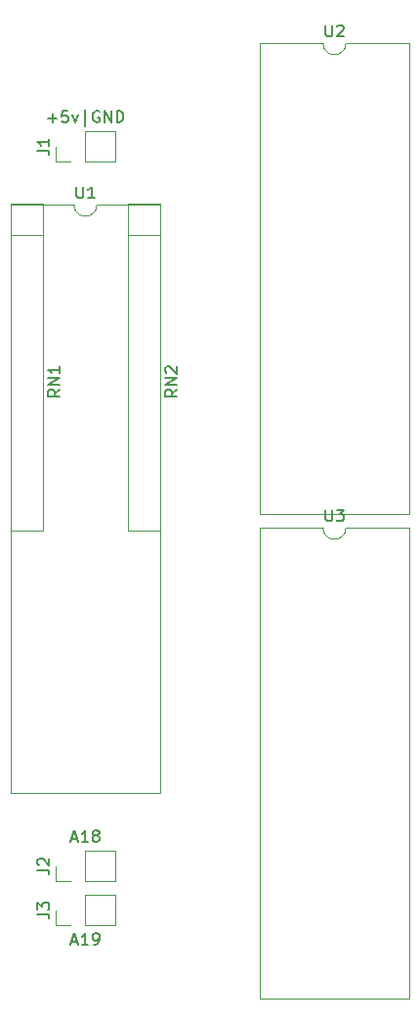
<source format=gto>
G04 #@! TF.GenerationSoftware,KiCad,Pcbnew,5.1.5+dfsg1-2*
G04 #@! TF.CreationDate,2020-01-25T11:12:06+01:00*
G04 #@! TF.ProjectId,A500r5_eprom_adapter,41353030-7235-45f6-9570-726f6d5f6164,rev?*
G04 #@! TF.SameCoordinates,Original*
G04 #@! TF.FileFunction,Legend,Top*
G04 #@! TF.FilePolarity,Positive*
%FSLAX46Y46*%
G04 Gerber Fmt 4.6, Leading zero omitted, Abs format (unit mm)*
G04 Created by KiCad (PCBNEW 5.1.5+dfsg1-2) date 2020-01-25 11:12:06*
%MOMM*%
%LPD*%
G04 APERTURE LIST*
%ADD10C,0.150000*%
%ADD11C,0.120000*%
G04 APERTURE END LIST*
D10*
X113109523Y-133516666D02*
X113585714Y-133516666D01*
X113014285Y-133802380D02*
X113347619Y-132802380D01*
X113680952Y-133802380D01*
X114538095Y-133802380D02*
X113966666Y-133802380D01*
X114252380Y-133802380D02*
X114252380Y-132802380D01*
X114157142Y-132945238D01*
X114061904Y-133040476D01*
X113966666Y-133088095D01*
X115014285Y-133802380D02*
X115204761Y-133802380D01*
X115300000Y-133754761D01*
X115347619Y-133707142D01*
X115442857Y-133564285D01*
X115490476Y-133373809D01*
X115490476Y-132992857D01*
X115442857Y-132897619D01*
X115395238Y-132850000D01*
X115300000Y-132802380D01*
X115109523Y-132802380D01*
X115014285Y-132850000D01*
X114966666Y-132897619D01*
X114919047Y-132992857D01*
X114919047Y-133230952D01*
X114966666Y-133326190D01*
X115014285Y-133373809D01*
X115109523Y-133421428D01*
X115300000Y-133421428D01*
X115395238Y-133373809D01*
X115442857Y-133326190D01*
X115490476Y-133230952D01*
X113109523Y-124626666D02*
X113585714Y-124626666D01*
X113014285Y-124912380D02*
X113347619Y-123912380D01*
X113680952Y-124912380D01*
X114538095Y-124912380D02*
X113966666Y-124912380D01*
X114252380Y-124912380D02*
X114252380Y-123912380D01*
X114157142Y-124055238D01*
X114061904Y-124150476D01*
X113966666Y-124198095D01*
X115109523Y-124340952D02*
X115014285Y-124293333D01*
X114966666Y-124245714D01*
X114919047Y-124150476D01*
X114919047Y-124102857D01*
X114966666Y-124007619D01*
X115014285Y-123960000D01*
X115109523Y-123912380D01*
X115300000Y-123912380D01*
X115395238Y-123960000D01*
X115442857Y-124007619D01*
X115490476Y-124102857D01*
X115490476Y-124150476D01*
X115442857Y-124245714D01*
X115395238Y-124293333D01*
X115300000Y-124340952D01*
X115109523Y-124340952D01*
X115014285Y-124388571D01*
X114966666Y-124436190D01*
X114919047Y-124531428D01*
X114919047Y-124721904D01*
X114966666Y-124817142D01*
X115014285Y-124864761D01*
X115109523Y-124912380D01*
X115300000Y-124912380D01*
X115395238Y-124864761D01*
X115442857Y-124817142D01*
X115490476Y-124721904D01*
X115490476Y-124531428D01*
X115442857Y-124436190D01*
X115395238Y-124388571D01*
X115300000Y-124340952D01*
X111061904Y-62301428D02*
X111823809Y-62301428D01*
X111442857Y-62682380D02*
X111442857Y-61920476D01*
X112776190Y-61682380D02*
X112300000Y-61682380D01*
X112252380Y-62158571D01*
X112300000Y-62110952D01*
X112395238Y-62063333D01*
X112633333Y-62063333D01*
X112728571Y-62110952D01*
X112776190Y-62158571D01*
X112823809Y-62253809D01*
X112823809Y-62491904D01*
X112776190Y-62587142D01*
X112728571Y-62634761D01*
X112633333Y-62682380D01*
X112395238Y-62682380D01*
X112300000Y-62634761D01*
X112252380Y-62587142D01*
X113157142Y-62015714D02*
X113395238Y-62682380D01*
X113633333Y-62015714D01*
X114252380Y-63015714D02*
X114252380Y-61587142D01*
X115490476Y-61730000D02*
X115395238Y-61682380D01*
X115252380Y-61682380D01*
X115109523Y-61730000D01*
X115014285Y-61825238D01*
X114966666Y-61920476D01*
X114919047Y-62110952D01*
X114919047Y-62253809D01*
X114966666Y-62444285D01*
X115014285Y-62539523D01*
X115109523Y-62634761D01*
X115252380Y-62682380D01*
X115347619Y-62682380D01*
X115490476Y-62634761D01*
X115538095Y-62587142D01*
X115538095Y-62253809D01*
X115347619Y-62253809D01*
X115966666Y-62682380D02*
X115966666Y-61682380D01*
X116538095Y-62682380D01*
X116538095Y-61682380D01*
X117014285Y-62682380D02*
X117014285Y-61682380D01*
X117252380Y-61682380D01*
X117395238Y-61730000D01*
X117490476Y-61825238D01*
X117538095Y-61920476D01*
X117585714Y-62110952D01*
X117585714Y-62253809D01*
X117538095Y-62444285D01*
X117490476Y-62539523D01*
X117395238Y-62634761D01*
X117252380Y-62682380D01*
X117014285Y-62682380D01*
D11*
X142350000Y-97730000D02*
X136890000Y-97730000D01*
X142350000Y-138490000D02*
X142350000Y-97730000D01*
X129430000Y-138490000D02*
X142350000Y-138490000D01*
X129430000Y-97730000D02*
X129430000Y-138490000D01*
X134890000Y-97730000D02*
X129430000Y-97730000D01*
X136890000Y-97730000D02*
G75*
G02X134890000Y-97730000I-1000000J0D01*
G01*
X142350000Y-55820000D02*
X136890000Y-55820000D01*
X142350000Y-96580000D02*
X142350000Y-55820000D01*
X129430000Y-96580000D02*
X142350000Y-96580000D01*
X129430000Y-55820000D02*
X129430000Y-96580000D01*
X134890000Y-55820000D02*
X129430000Y-55820000D01*
X136890000Y-55820000D02*
G75*
G02X134890000Y-55820000I-1000000J0D01*
G01*
X120760000Y-69790000D02*
X115300000Y-69790000D01*
X120760000Y-120710000D02*
X120760000Y-69790000D01*
X107840000Y-120710000D02*
X120760000Y-120710000D01*
X107840000Y-69790000D02*
X107840000Y-120710000D01*
X113300000Y-69790000D02*
X107840000Y-69790000D01*
X115300000Y-69790000D02*
G75*
G02X113300000Y-69790000I-1000000J0D01*
G01*
X120780000Y-72390000D02*
X117980000Y-72390000D01*
X120780000Y-97960000D02*
X120780000Y-69680000D01*
X117980000Y-97960000D02*
X120780000Y-97960000D01*
X117980000Y-69680000D02*
X117980000Y-97960000D01*
X120780000Y-69680000D02*
X117980000Y-69680000D01*
X110620000Y-72390000D02*
X107820000Y-72390000D01*
X110620000Y-97960000D02*
X110620000Y-69680000D01*
X107820000Y-97960000D02*
X110620000Y-97960000D01*
X107820000Y-69680000D02*
X107820000Y-97960000D01*
X110620000Y-69680000D02*
X107820000Y-69680000D01*
X111700000Y-132140000D02*
X111700000Y-130810000D01*
X113030000Y-132140000D02*
X111700000Y-132140000D01*
X114300000Y-132140000D02*
X114300000Y-129480000D01*
X114300000Y-129480000D02*
X116900000Y-129480000D01*
X114300000Y-132140000D02*
X116900000Y-132140000D01*
X116900000Y-132140000D02*
X116900000Y-129480000D01*
X111700000Y-128330000D02*
X111700000Y-127000000D01*
X113030000Y-128330000D02*
X111700000Y-128330000D01*
X114300000Y-128330000D02*
X114300000Y-125670000D01*
X114300000Y-125670000D02*
X116900000Y-125670000D01*
X114300000Y-128330000D02*
X116900000Y-128330000D01*
X116900000Y-128330000D02*
X116900000Y-125670000D01*
X111700000Y-66100000D02*
X111700000Y-64770000D01*
X113030000Y-66100000D02*
X111700000Y-66100000D01*
X114300000Y-66100000D02*
X114300000Y-63440000D01*
X114300000Y-63440000D02*
X116900000Y-63440000D01*
X114300000Y-66100000D02*
X116900000Y-66100000D01*
X116900000Y-66100000D02*
X116900000Y-63440000D01*
D10*
X135128095Y-96182380D02*
X135128095Y-96991904D01*
X135175714Y-97087142D01*
X135223333Y-97134761D01*
X135318571Y-97182380D01*
X135509047Y-97182380D01*
X135604285Y-97134761D01*
X135651904Y-97087142D01*
X135699523Y-96991904D01*
X135699523Y-96182380D01*
X136080476Y-96182380D02*
X136699523Y-96182380D01*
X136366190Y-96563333D01*
X136509047Y-96563333D01*
X136604285Y-96610952D01*
X136651904Y-96658571D01*
X136699523Y-96753809D01*
X136699523Y-96991904D01*
X136651904Y-97087142D01*
X136604285Y-97134761D01*
X136509047Y-97182380D01*
X136223333Y-97182380D01*
X136128095Y-97134761D01*
X136080476Y-97087142D01*
X135128095Y-54272380D02*
X135128095Y-55081904D01*
X135175714Y-55177142D01*
X135223333Y-55224761D01*
X135318571Y-55272380D01*
X135509047Y-55272380D01*
X135604285Y-55224761D01*
X135651904Y-55177142D01*
X135699523Y-55081904D01*
X135699523Y-54272380D01*
X136128095Y-54367619D02*
X136175714Y-54320000D01*
X136270952Y-54272380D01*
X136509047Y-54272380D01*
X136604285Y-54320000D01*
X136651904Y-54367619D01*
X136699523Y-54462857D01*
X136699523Y-54558095D01*
X136651904Y-54700952D01*
X136080476Y-55272380D01*
X136699523Y-55272380D01*
X113538095Y-68242380D02*
X113538095Y-69051904D01*
X113585714Y-69147142D01*
X113633333Y-69194761D01*
X113728571Y-69242380D01*
X113919047Y-69242380D01*
X114014285Y-69194761D01*
X114061904Y-69147142D01*
X114109523Y-69051904D01*
X114109523Y-68242380D01*
X115109523Y-69242380D02*
X114538095Y-69242380D01*
X114823809Y-69242380D02*
X114823809Y-68242380D01*
X114728571Y-68385238D01*
X114633333Y-68480476D01*
X114538095Y-68528095D01*
X122232380Y-85780476D02*
X121756190Y-86113809D01*
X122232380Y-86351904D02*
X121232380Y-86351904D01*
X121232380Y-85970952D01*
X121280000Y-85875714D01*
X121327619Y-85828095D01*
X121422857Y-85780476D01*
X121565714Y-85780476D01*
X121660952Y-85828095D01*
X121708571Y-85875714D01*
X121756190Y-85970952D01*
X121756190Y-86351904D01*
X122232380Y-85351904D02*
X121232380Y-85351904D01*
X122232380Y-84780476D01*
X121232380Y-84780476D01*
X121327619Y-84351904D02*
X121280000Y-84304285D01*
X121232380Y-84209047D01*
X121232380Y-83970952D01*
X121280000Y-83875714D01*
X121327619Y-83828095D01*
X121422857Y-83780476D01*
X121518095Y-83780476D01*
X121660952Y-83828095D01*
X122232380Y-84399523D01*
X122232380Y-83780476D01*
X112072380Y-85780476D02*
X111596190Y-86113809D01*
X112072380Y-86351904D02*
X111072380Y-86351904D01*
X111072380Y-85970952D01*
X111120000Y-85875714D01*
X111167619Y-85828095D01*
X111262857Y-85780476D01*
X111405714Y-85780476D01*
X111500952Y-85828095D01*
X111548571Y-85875714D01*
X111596190Y-85970952D01*
X111596190Y-86351904D01*
X112072380Y-85351904D02*
X111072380Y-85351904D01*
X112072380Y-84780476D01*
X111072380Y-84780476D01*
X112072380Y-83780476D02*
X112072380Y-84351904D01*
X112072380Y-84066190D02*
X111072380Y-84066190D01*
X111215238Y-84161428D01*
X111310476Y-84256666D01*
X111358095Y-84351904D01*
X110152380Y-131143333D02*
X110866666Y-131143333D01*
X111009523Y-131190952D01*
X111104761Y-131286190D01*
X111152380Y-131429047D01*
X111152380Y-131524285D01*
X110152380Y-130762380D02*
X110152380Y-130143333D01*
X110533333Y-130476666D01*
X110533333Y-130333809D01*
X110580952Y-130238571D01*
X110628571Y-130190952D01*
X110723809Y-130143333D01*
X110961904Y-130143333D01*
X111057142Y-130190952D01*
X111104761Y-130238571D01*
X111152380Y-130333809D01*
X111152380Y-130619523D01*
X111104761Y-130714761D01*
X111057142Y-130762380D01*
X110152380Y-127333333D02*
X110866666Y-127333333D01*
X111009523Y-127380952D01*
X111104761Y-127476190D01*
X111152380Y-127619047D01*
X111152380Y-127714285D01*
X110247619Y-126904761D02*
X110200000Y-126857142D01*
X110152380Y-126761904D01*
X110152380Y-126523809D01*
X110200000Y-126428571D01*
X110247619Y-126380952D01*
X110342857Y-126333333D01*
X110438095Y-126333333D01*
X110580952Y-126380952D01*
X111152380Y-126952380D01*
X111152380Y-126333333D01*
X110152380Y-65103333D02*
X110866666Y-65103333D01*
X111009523Y-65150952D01*
X111104761Y-65246190D01*
X111152380Y-65389047D01*
X111152380Y-65484285D01*
X111152380Y-64103333D02*
X111152380Y-64674761D01*
X111152380Y-64389047D02*
X110152380Y-64389047D01*
X110295238Y-64484285D01*
X110390476Y-64579523D01*
X110438095Y-64674761D01*
M02*

</source>
